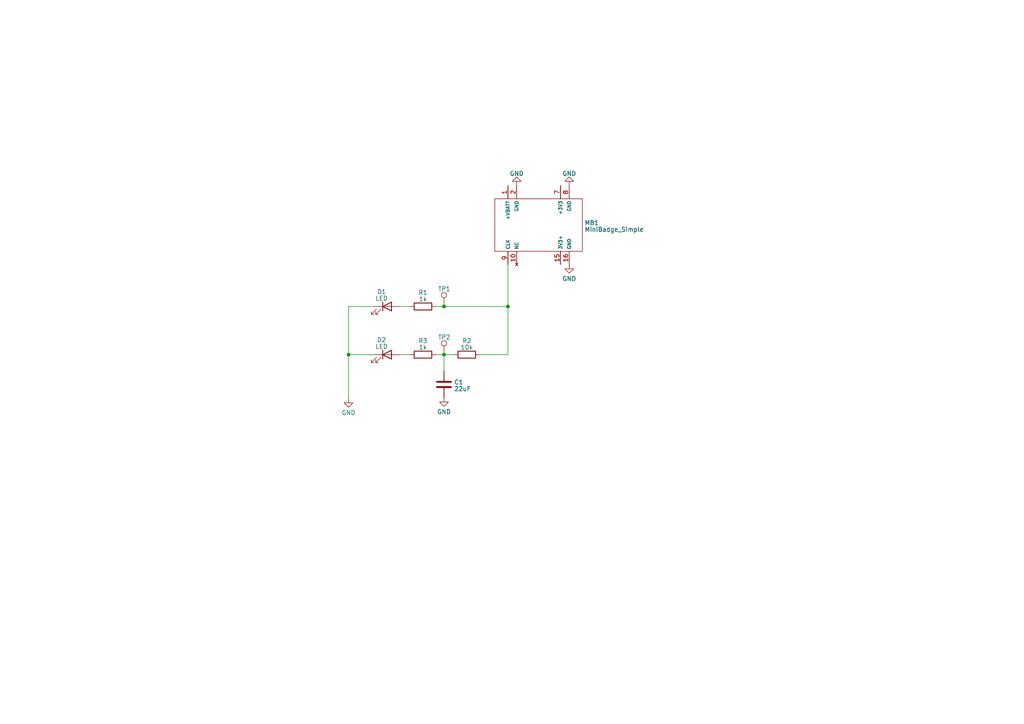
<source format=kicad_sch>
(kicad_sch (version 20230121) (generator eeschema)
  (paper "A4")
  (lib_symbols
    (symbol "Connector:TestPoint" (pin_numbers hide) (pin_names (offset 0.762) hide)
      (property "Reference" "TP" (at 0 6.858 0))
      (property "Value" "TestPoint" (at 0 5.08 0))
      (symbol "TestPoint_0_1"
        (circle (center 0 3.302) (radius 0.762))
      )
      (symbol "TestPoint_1_1"
        (pin passive line (at 0 0 90) (length 2.54) (name "1") (number "1"))
      )
    )
    (symbol "Device:C" (pin_numbers hide) (pin_names (offset 0.254))
      (property "Reference" "C" (at 0.635 2.54 0))
      (property "Value" "C" (at 0.635 -2.54 0))
      (symbol "C_0_1"
        (polyline (pts (xy -2.032 -0.762) (xy 2.032 -0.762)) (stroke (width 0.508)))
        (polyline (pts (xy -2.032 0.762) (xy 2.032 0.762)) (stroke (width 0.508)))
      )
      (symbol "C_1_1"
        (pin passive line (at 0 3.81 270) (length 2.794) (name "~") (number "1"))
        (pin passive line (at 0 -3.81 90) (length 2.794) (name "~") (number "2"))
      )
    )
    (symbol "Device:LED" (pin_numbers hide) (pin_names (offset 1.016) hide)
      (property "Reference" "D" (at 0 2.54 0))
      (property "Value" "LED" (at 0 -2.54 0))
      (symbol "LED_0_1"
        (polyline (pts (xy -1.27 -1.27) (xy -1.27 1.27)) (stroke (width 0.254)))
        (polyline (pts (xy -1.27 0) (xy 1.27 0)))
        (polyline (pts (xy 1.27 -1.27) (xy 1.27 1.27) (xy -1.27 0) (xy 1.27 -1.27)) (stroke (width 0.254)))
        (polyline (pts (xy -3.048 -0.762) (xy -4.572 -2.286) (xy -3.81 -2.286) (xy -4.572 -2.286) (xy -4.572 -1.524)))
        (polyline (pts (xy -1.778 -0.762) (xy -3.302 -2.286) (xy -2.54 -2.286) (xy -3.302 -2.286) (xy -3.302 -1.524)))
      )
      (symbol "LED_1_1"
        (pin passive line (at -3.81 0 0) (length 2.54) (name "K") (number "1"))
        (pin passive line (at 3.81 0 180) (length 2.54) (name "A") (number "2"))
      )
    )
    (symbol "Device:R" (pin_numbers hide) (pin_names (offset 0))
      (property "Reference" "R" (at 2.032 0 90))
      (property "Value" "R" (at 0 0 90))
      (symbol "R_0_1"
        (rectangle (start -1.016 -2.54) (end 1.016 2.54) (stroke (width 0.254)))
      )
      (symbol "R_1_1"
        (pin passive line (at 0 3.81 270) (length 1.27) (name "~") (number "1"))
        (pin passive line (at 0 -3.81 90) (length 1.27) (name "~") (number "2"))
      )
    )
    (symbol "MiniBadge:MiniBadge_Simple"
      (property "Reference" "MB" (at 8.89 0 0))
      (property "Value" "MiniBadge_Simple" (at -10.16 0 0))
      (symbol "MiniBadge_Simple_0_1"
        (rectangle (start -12.7 7.62) (end 12.7 -7.62))
      )
      (symbol "MiniBadge_Simple_1_1"
        (pin power_out line (at -8.89 11.43 270) (length 3.81) (name "+VBATT") (number "1"))
        (pin no_connect line (at -6.35 -11.43 90) (length 3.81) (name "NC") (number "10"))
        (pin power_out line (at 6.35 -11.43 90) (length 3.81) (name "3V3+") (number "15"))
        (pin power_out line (at 8.89 -11.43 90) (length 3.81) (name "GND") (number "16"))
        (pin power_out line (at -6.35 11.43 270) (length 3.81) (name "GND") (number "2"))
        (pin power_out line (at 6.35 11.43 270) (length 3.81) (name "+3V3") (number "7"))
        (pin power_out line (at 8.89 11.43 270) (length 3.81) (name "GND") (number "8"))
        (pin output line (at -8.89 -11.43 90) (length 3.81) (name "CLK") (number "9"))
      )
    )
    (symbol "power:GND" (power) (pin_names (offset 0))
      (property "Value" "GND" (at 0 -3.81 0))
      (symbol "GND_0_1"
        (polyline (pts (xy 0 0) (xy 0 -1.27) (xy 1.27 -1.27) (xy 0 -2.54) (xy -1.27 -1.27) (xy 0 -1.27)))
      )
      (symbol "GND_1_1"
        (pin power_in line (at 0 0 270) (length 0) hide (name "GND") (number "1"))
      )
    )
  )
  (junction (at 128.778 102.87))
  (junction (at 128.778 88.9))
  (junction (at 147.32 88.9))
  (junction (at 101.092 102.87))
  (wire (pts (xy 101.092 102.87) (xy 108.458 102.87)))
  (wire (pts (xy 108.458 88.9) (xy 101.092 88.9)))
  (wire (pts (xy 139.192 102.87) (xy 147.32 102.87)))
  (wire (pts (xy 128.778 102.87) (xy 131.572 102.87)))
  (wire (pts (xy 147.32 88.9) (xy 128.778 88.9)))
  (wire (pts (xy 116.078 88.9) (xy 118.872 88.9)))
  (wire (pts (xy 147.32 76.708) (xy 147.32 88.9)))
  (wire (pts (xy 128.778 107.696) (xy 128.778 102.87)))
  (wire (pts (xy 116.078 102.87) (xy 118.872 102.87)))
  (wire (pts (xy 128.778 88.9) (xy 126.492 88.9)))
  (wire (pts (xy 101.092 88.9) (xy 101.092 102.87)))
  (wire (pts (xy 101.092 102.87) (xy 101.092 115.57)))
  (wire (pts (xy 147.32 102.87) (xy 147.32 88.9)))
  (wire (pts (xy 126.492 102.87) (xy 128.778 102.87)))
  (symbol (lib_id "Device:R") (at 122.682 88.9 90) (unit 1)
    (property "Reference" "R1" (at 122.682 84.8741 90))
    (property "Value" "1k" (at 122.682 86.7951 90))
    (property "Footprint" "Resistor_SMD:R_0603_1608Metric" (effects hide))
  )
  (symbol (lib_id "power:GND") (at 165.1 53.848 180) (unit 1)
    (property "Reference" "#PWR04" (effects hide))
    (property "Value" "GND" (at 165.1 50.3461 0))
  )
  (symbol (lib_id "Device:LED") (at 112.268 102.87 0) (unit 1)
    (property "Reference" "D2" (at 110.6805 98.5901 0))
    (property "Value" "LED" (at 110.6805 100.5111 0))
    (property "Footprint" "LED_SMD:LED_0805_2012Metric" (effects hide))
  )
  (symbol (lib_id "power:GND") (at 101.092 115.57 0) (unit 1)
    (property "Reference" "#PWR03" (effects hide))
    (property "Value" "GND" (at 101.092 119.7055 0))
  )
  (symbol (lib_id "power:GND") (at 149.86 53.848 180) (unit 1)
    (property "Reference" "#PWR05" (effects hide))
    (property "Value" "GND" (at 149.86 50.3461 0))
  )
  (symbol (lib_id "Device:R") (at 122.682 102.87 90) (unit 1)
    (property "Reference" "R3" (at 122.682 98.8441 90))
    (property "Value" "1k" (at 122.682 100.7651 90))
    (property "Footprint" "Resistor_SMD:R_0603_1608Metric" (effects hide))
  )
  (symbol (lib_id "Device:LED") (at 112.268 88.9 0) (unit 1)
    (property "Reference" "D1" (at 110.6805 84.6201 0))
    (property "Value" "LED" (at 110.6805 86.5411 0))
    (property "Footprint" "LED_SMD:LED_0805_2012Metric" (effects hide))
  )
  (symbol (lib_id "MiniBadge:MiniBadge_Simple") (at 156.21 65.278 0) (unit 1)
    (property "Reference" "MB1" (at 169.545 64.6343 0) (effects (justify left)))
    (property "Value" "MiniBadge_Simple" (at 169.545 66.5553 0) (effects (justify left)))
    (property "Footprint" "lib_fp:MiniBadge_Simple" (effects hide))
  )
  (symbol (lib_id "Connector:TestPoint") (at 128.778 88.9 0) (unit 1)
    (property "Reference" "TP1" (at 127 83.82 0) (effects (justify left)))
    (property "Value" "TestPoint" (effects hide))
    (property "Footprint" "TestPoint:TestPoint_THTPad_D1.5mm_Drill0.7mm" (effects hide))
  )
  (symbol (lib_id "Device:C") (at 128.778 111.506 0) (unit 1)
    (property "Reference" "C1" (at 131.699 110.8623 0) (effects (justify left)))
    (property "Value" "22uF" (at 131.699 112.7833 0) (effects (justify left)))
    (property "Footprint" "Capacitor_SMD:C_0805_2012Metric" (effects hide))
  )
  (symbol (lib_id "power:GND") (at 165.1 76.708 0) (unit 1)
    (property "Reference" "#PWR01" (effects hide))
    (property "Value" "GND" (at 165.1 80.8435 0))
  )
  (symbol (lib_id "power:GND") (at 128.778 115.316 0) (unit 1)
    (property "Reference" "#PWR02" (effects hide))
    (property "Value" "GND" (at 128.778 119.4515 0))
  )
  (symbol (lib_id "Device:R") (at 135.382 102.87 90) (unit 1)
    (property "Reference" "R2" (at 135.382 98.8441 90))
    (property "Value" "10k" (at 135.382 100.7651 90))
    (property "Footprint" "Resistor_SMD:R_0603_1608Metric" (effects hide))
  )
  (symbol (lib_id "Connector:TestPoint") (at 128.778 102.87 0) (unit 1)
    (property "Reference" "TP2" (at 127 97.79 0) (effects (justify left)))
    (property "Value" "TestPoint" (effects hide))
    (property "Footprint" "TestPoint:TestPoint_THTPad_D1.5mm_Drill0.7mm" (effects hide))
  )
)
</source>
